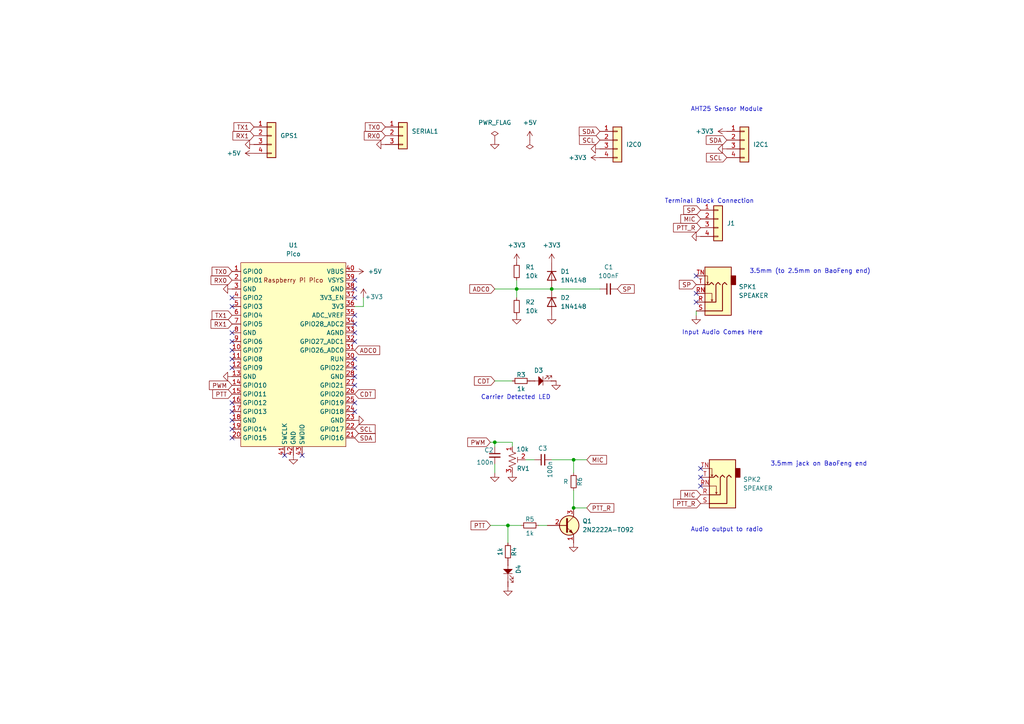
<source format=kicad_sch>
(kicad_sch (version 20231120) (generator "eeschema") (generator_version "8.0")
  (paper "A4")
  (title_block (title "BaoFeng APRS RX+TX interface, RF IGate + Weather Beacon") (date "2024-01-31") (rev "0.02") (company "Dhiru (VU3CER)"))
  (lib_symbols
    (symbol "Connector_Audio:AudioJack3_SwitchTR"
      (property "Reference" "J" (at 0 8.89 0))
      (property "Value" "AudioJack3_SwitchTR" (at 0 6.35 0))
      (symbol "AudioJack3_SwitchTR_0_1"
        (rectangle (start -5.08 -5.08) (end -6.35 -7.62) (stroke (width 0.254)) (fill (type outline)))
        (polyline (pts (xy 0.508 -0.254) (xy 0.762 -0.762)))
        (polyline (pts (xy 1.778 -5.334) (xy 2.032 -5.842)))
        (polyline (pts (xy 0 -5.08) (xy 0.635 -5.715) (xy 1.27 -5.08) (xy 2.54 -5.08)) (stroke (width 0.254)))
        (polyline (pts (xy 2.54 -7.62) (xy 1.778 -7.62) (xy 1.778 -5.334) (xy 1.524 -5.842)))
        (polyline (pts (xy 2.54 -2.54) (xy 0.508 -2.54) (xy 0.508 -0.254) (xy 0.254 -0.762)))
        (polyline (pts (xy -1.905 -5.08) (xy -1.27 -5.715) (xy -0.635 -5.08) (xy -0.635 0) (xy 2.54 0)) (stroke (width 0.254)))
        (polyline (pts (xy 2.54 2.54) (xy -2.54 2.54) (xy -2.54 -5.08) (xy -3.175 -5.715) (xy -3.81 -5.08)) (stroke (width 0.254)))
        (rectangle (start 2.54 3.81) (end -5.08 -10.16) (stroke (width 0.254)) (fill (type background)))
      )
      (symbol "AudioJack3_SwitchTR_1_1"
        (pin passive line (at 5.08 0 180) (length 2.54) (name "~") (number "R"))
        (pin passive line (at 5.08 -2.54 180) (length 2.54) (name "~") (number "RN"))
        (pin passive line (at 5.08 2.54 180) (length 2.54) (name "~") (number "S"))
        (pin passive line (at 5.08 -5.08 180) (length 2.54) (name "~") (number "T"))
        (pin passive line (at 5.08 -7.62 180) (length 2.54) (name "~") (number "TN"))
      )
    )
    (symbol "Device:C_Small" (pin_numbers hide) (pin_names (offset 0.254) hide)
      (property "Reference" "C" (at 0.254 1.778 0))
      (property "Value" "C_Small" (at 0.254 -2.032 0))
      (symbol "C_Small_0_1"
        (polyline (pts (xy -1.524 -0.508) (xy 1.524 -0.508)) (stroke (width 0.3302)))
        (polyline (pts (xy -1.524 0.508) (xy 1.524 0.508)) (stroke (width 0.3048)))
      )
      (symbol "C_Small_1_1"
        (pin passive line (at 0 2.54 270) (length 2.032) (name "~") (number "1"))
        (pin passive line (at 0 -2.54 90) (length 2.032) (name "~") (number "2"))
      )
    )
    (symbol "Device:R_Potentiometer_Trim_US" (pin_names (offset 1.016) hide)
      (property "Reference" "RV" (at -4.445 0 90))
      (property "Value" "R_Potentiometer_Trim_US" (at -2.54 0 90))
      (symbol "R_Potentiometer_Trim_US_0_1"
        (polyline (pts (xy 0 -2.286) (xy 0 -2.54)))
        (polyline (pts (xy 0 2.286) (xy 0 2.54)))
        (polyline (pts (xy 1.524 0.762) (xy 1.524 -0.762)))
        (polyline (pts (xy 2.54 0) (xy 1.524 0)))
        (polyline (pts (xy 0 -0.762) (xy 1.016 -1.143) (xy 0 -1.524) (xy -1.016 -1.905) (xy 0 -2.286)))
        (polyline (pts (xy 0 0.762) (xy 1.016 0.381) (xy 0 0) (xy -1.016 -0.381) (xy 0 -0.762)))
        (polyline (pts (xy 0 2.286) (xy 1.016 1.905) (xy 0 1.524) (xy -1.016 1.143) (xy 0 0.762)))
      )
      (symbol "R_Potentiometer_Trim_US_1_1"
        (pin passive line (at 0 3.81 270) (length 1.27) (name "1") (number "1"))
        (pin passive line (at 3.81 0 180) (length 1.27) (name "2") (number "2"))
        (pin passive line (at 0 -3.81 90) (length 1.27) (name "3") (number "3"))
      )
    )
    (symbol "Device:R_Small" (pin_numbers hide) (pin_names (offset 0.254) hide)
      (property "Reference" "R" (at 0.762 0.508 0))
      (property "Value" "R_Small" (at 0.762 -1.016 0))
      (symbol "R_Small_0_1"
        (rectangle (start -0.762 1.778) (end 0.762 -1.778) (stroke (width 0.2032)))
      )
      (symbol "R_Small_1_1"
        (pin passive line (at 0 2.54 270) (length 0.762) (name "~") (number "1"))
        (pin passive line (at 0 -2.54 90) (length 0.762) (name "~") (number "2"))
      )
    )
    (symbol "Diode:1N4148" (pin_numbers hide) (pin_names hide)
      (property "Reference" "D" (at 0 2.54 0))
      (property "Value" "1N4148" (at 0 -2.54 0))
      (symbol "1N4148_0_1"
        (polyline (pts (xy -1.27 1.27) (xy -1.27 -1.27)) (stroke (width 0.254)))
        (polyline (pts (xy 1.27 0) (xy -1.27 0)))
        (polyline (pts (xy 1.27 1.27) (xy 1.27 -1.27) (xy -1.27 0) (xy 1.27 1.27)) (stroke (width 0.254)))
      )
      (symbol "1N4148_1_1"
        (pin passive line (at -3.81 0 0) (length 2.54) (name "K") (number "1"))
        (pin passive line (at 3.81 0 180) (length 2.54) (name "A") (number "2"))
      )
    )
    (symbol "LED_3mm_1" (pin_numbers hide)
      (property "Reference" "D" (at -0.508 5.334 0))
      (property "Value" "LED_3mm" (at -0.508 2.794 0))
      (symbol "LED_3mm_1_0_1"
        (polyline (pts (xy -1.27 0) (xy -2.54 0)))
        (polyline (pts (xy 0 1.27) (xy 0 -1.27)))
        (polyline (pts (xy 0.508 0.508) (xy 1.524 1.524)))
        (polyline (pts (xy 1.27 0) (xy 2.54 0)))
        (polyline (pts (xy 1.524 0.508) (xy 2.54 1.524)))
        (polyline (pts (xy 1.524 1.524) (xy 0.889 1.524)))
        (polyline (pts (xy 1.524 1.524) (xy 1.524 0.889)))
        (polyline (pts (xy 2.54 1.524) (xy 1.905 1.524)))
        (polyline (pts (xy 2.54 1.524) (xy 2.54 0.889)))
        (polyline (pts (xy 0 0) (xy -1.27 -1.27) (xy -1.27 1.27) (xy 0 0) (xy 1.27 0)) (fill (type outline)))
      )
      (symbol "LED_3mm_1_1_1"
        (pin passive line (at 3.81 0 180) (length 1.5) (name "~") (number "1"))
        (pin passive line (at -3.81 0 0) (length 1.5) (name "") (number "2"))
      )
    )
    (symbol "MCU_RaspberryPi_and_Boards:Pico"
      (property "Reference" "U" (at -13.97 27.94 0))
      (property "Value" "Pico" (at 0 19.05 0))
      (symbol "Pico_0_0"
        (text "Raspberry Pi Pico" (at 0 21.59 0) (effects (font (size 1.27 1.27))))
      )
      (symbol "Pico_0_1"
        (rectangle (start -15.24 26.67) (end 15.24 -26.67) (fill (type background)))
      )
      (symbol "Pico_1_1"
        (pin bidirectional line (at -17.78 24.13 0) (length 2.54) (name "GPIO0") (number "1"))
        (pin bidirectional line (at -17.78 1.27 0) (length 2.54) (name "GPIO7") (number "10"))
        (pin bidirectional line (at -17.78 -1.27 0) (length 2.54) (name "GPIO8") (number "11"))
        (pin bidirectional line (at -17.78 -3.81 0) (length 2.54) (name "GPIO9") (number "12"))
        (pin power_in line (at -17.78 -6.35 0) (length 2.54) (name "GND") (number "13"))
        (pin bidirectional line (at -17.78 -8.89 0) (length 2.54) (name "GPIO10") (number "14"))
        (pin bidirectional line (at -17.78 -11.43 0) (length 2.54) (name "GPIO11") (number "15"))
        (pin bidirectional line (at -17.78 -13.97 0) (length 2.54) (name "GPIO12") (number "16"))
        (pin bidirectional line (at -17.78 -16.51 0) (length 2.54) (name "GPIO13") (number "17"))
        (pin power_in line (at -17.78 -19.05 0) (length 2.54) (name "GND") (number "18"))
        (pin bidirectional line (at -17.78 -21.59 0) (length 2.54) (name "GPIO14") (number "19"))
        (pin bidirectional line (at -17.78 21.59 0) (length 2.54) (name "GPIO1") (number "2"))
        (pin bidirectional line (at -17.78 -24.13 0) (length 2.54) (name "GPIO15") (number "20"))
        (pin bidirectional line (at 17.78 -24.13 180) (length 2.54) (name "GPIO16") (number "21"))
        (pin bidirectional line (at 17.78 -21.59 180) (length 2.54) (name "GPIO17") (number "22"))
        (pin power_in line (at 17.78 -19.05 180) (length 2.54) (name "GND") (number "23"))
        (pin bidirectional line (at 17.78 -16.51 180) (length 2.54) (name "GPIO18") (number "24"))
        (pin bidirectional line (at 17.78 -13.97 180) (length 2.54) (name "GPIO19") (number "25"))
        (pin bidirectional line (at 17.78 -11.43 180) (length 2.54) (name "GPIO20") (number "26"))
        (pin bidirectional line (at 17.78 -8.89 180) (length 2.54) (name "GPIO21") (number "27"))
        (pin power_in line (at 17.78 -6.35 180) (length 2.54) (name "GND") (number "28"))
        (pin bidirectional line (at 17.78 -3.81 180) (length 2.54) (name "GPIO22") (number "29"))
        (pin power_in line (at -17.78 19.05 0) (length 2.54) (name "GND") (number "3"))
        (pin input line (at 17.78 -1.27 180) (length 2.54) (name "RUN") (number "30"))
        (pin bidirectional line (at 17.78 1.27 180) (length 2.54) (name "GPIO26_ADC0") (number "31"))
        (pin bidirectional line (at 17.78 3.81 180) (length 2.54) (name "GPIO27_ADC1") (number "32"))
        (pin power_in line (at 17.78 6.35 180) (length 2.54) (name "AGND") (number "33"))
        (pin bidirectional line (at 17.78 8.89 180) (length 2.54) (name "GPIO28_ADC2") (number "34"))
        (pin power_in line (at 17.78 11.43 180) (length 2.54) (name "ADC_VREF") (number "35"))
        (pin power_out line (at 17.78 13.97 180) (length 2.54) (name "3V3") (number "36"))
        (pin input line (at 17.78 16.51 180) (length 2.54) (name "3V3_EN") (number "37"))
        (pin power_in line (at 17.78 19.05 180) (length 2.54) (name "GND") (number "38"))
        (pin power_in line (at 17.78 21.59 180) (length 2.54) (name "VSYS") (number "39"))
        (pin bidirectional line (at -17.78 16.51 0) (length 2.54) (name "GPIO2") (number "4"))
        (pin power_in line (at 17.78 24.13 180) (length 2.54) (name "VBUS") (number "40"))
        (pin input line (at -2.54 -29.21 90) (length 2.54) (name "SWCLK") (number "41"))
        (pin power_in line (at 0 -29.21 90) (length 2.54) (name "GND") (number "42"))
        (pin bidirectional line (at 2.54 -29.21 90) (length 2.54) (name "SWDIO") (number "43"))
        (pin bidirectional line (at -17.78 13.97 0) (length 2.54) (name "GPIO3") (number "5"))
        (pin bidirectional line (at -17.78 11.43 0) (length 2.54) (name "GPIO4") (number "6"))
        (pin bidirectional line (at -17.78 8.89 0) (length 2.54) (name "GPIO5") (number "7"))
        (pin power_in line (at -17.78 6.35 0) (length 2.54) (name "GND") (number "8"))
        (pin bidirectional line (at -17.78 3.81 0) (length 2.54) (name "GPIO6") (number "9"))
      )
    )
    (symbol "PCM_4ms_Connector:Conn_01x03" (pin_names (offset 1.016) hide)
      (property "Reference" "J" (at 0 5.08 0))
      (property "Value" "Conn_01x03" (at 0 -5.08 0))
      (symbol "Conn_01x03_1_1"
        (rectangle (start -1.27 -2.413) (end 0 -2.667) (stroke (width 0.1524)))
        (rectangle (start -1.27 0.127) (end 0 -0.127) (stroke (width 0.1524)))
        (rectangle (start -1.27 2.667) (end 0 2.413) (stroke (width 0.1524)))
        (rectangle (start -1.27 3.81) (end 1.27 -3.81) (stroke (width 0.254)) (fill (type background)))
        (pin passive line (at -5.08 2.54 0) (length 3.81) (name "Pin_1") (number "1"))
        (pin passive line (at -5.08 0 0) (length 3.81) (name "Pin_2") (number "2"))
        (pin passive line (at -5.08 -2.54 0) (length 3.81) (name "Pin_3") (number "3"))
      )
    )
    (symbol "PCM_4ms_Connector:Conn_01x04" (pin_names (offset 1.016) hide)
      (property "Reference" "J" (at 0 5.08 0))
      (property "Value" "Conn_01x04" (at 0 -7.62 0))
      (symbol "Conn_01x04_1_1"
        (rectangle (start -1.27 -4.953) (end 0 -5.207) (stroke (width 0.1524)))
        (rectangle (start -1.27 -2.413) (end 0 -2.667) (stroke (width 0.1524)))
        (rectangle (start -1.27 0.127) (end 0 -0.127) (stroke (width 0.1524)))
        (rectangle (start -1.27 2.667) (end 0 2.413) (stroke (width 0.1524)))
        (rectangle (start -1.27 3.81) (end 1.27 -6.35) (stroke (width 0.254)) (fill (type background)))
        (pin passive line (at -5.08 2.54 0) (length 3.81) (name "Pin_1") (number "1"))
        (pin passive line (at -5.08 0 0) (length 3.81) (name "Pin_2") (number "2"))
        (pin passive line (at -5.08 -2.54 0) (length 3.81) (name "Pin_3") (number "3"))
        (pin passive line (at -5.08 -5.08 0) (length 3.81) (name "Pin_4") (number "4"))
      )
    )
    (symbol "PCM_SL_Devices:LED_3mm" (pin_numbers hide)
      (property "Reference" "D" (at -0.508 5.334 0))
      (property "Value" "LED_3mm" (at -0.508 2.794 0))
      (symbol "LED_3mm_0_1"
        (polyline (pts (xy -1.27 0) (xy -2.54 0)))
        (polyline (pts (xy 0 1.27) (xy 0 -1.27)))
        (polyline (pts (xy 0.508 0.508) (xy 1.524 1.524)))
        (polyline (pts (xy 1.27 0) (xy 2.54 0)))
        (polyline (pts (xy 1.524 0.508) (xy 2.54 1.524)))
        (polyline (pts (xy 1.524 1.524) (xy 0.889 1.524)))
        (polyline (pts (xy 1.524 1.524) (xy 1.524 0.889)))
        (polyline (pts (xy 2.54 1.524) (xy 1.905 1.524)))
        (polyline (pts (xy 2.54 1.524) (xy 2.54 0.889)))
        (polyline (pts (xy 0 0) (xy -1.27 -1.27) (xy -1.27 1.27) (xy 0 0) (xy 1.27 0)) (fill (type outline)))
      )
      (symbol "LED_3mm_1_1"
        (pin passive line (at 3.81 0 180) (length 1.5) (name "~") (number "1"))
        (pin passive line (at -3.81 0 0) (length 1.5) (name "") (number "2"))
      )
    )
    (symbol "PCM_Transistor_BJT_AKL:2N2222A-TO92" (pin_names hide)
      (property "Reference" "Q" (at 5.08 1.27 0))
      (property "Value" "2N2222A-TO92" (at 5.08 -1.27 0))
      (symbol "2N2222A-TO92_0_1"
        (polyline (pts (xy 0.635 0.635) (xy 2.54 2.54)))
        (polyline (pts (xy 0.635 -0.635) (xy 2.54 -2.54) (xy 2.54 -2.54)))
        (polyline (pts (xy 0.635 1.905) (xy 0.635 -1.905) (xy 0.635 -1.905)) (stroke (width 0.508)))
        (polyline (pts (xy 1.27 -1.778) (xy 1.778 -1.27) (xy 2.286 -2.286) (xy 1.27 -1.778) (xy 1.27 -1.778)) (fill (type outline)))
        (circle (center 1.27 0) (radius 2.8194) (stroke (width 0.254)) (fill (type background)))
      )
      (symbol "2N2222A-TO92_1_1"
        (pin passive line (at 2.54 -5.08 90) (length 2.54) (name "E") (number "1"))
        (pin passive line (at -5.08 0 0) (length 5.715) (name "B") (number "2"))
        (pin passive line (at 2.54 5.08 270) (length 2.54) (name "C") (number "3"))
      )
    )
    (symbol "power:+3V3" (power) (pin_names (offset 0))
      (property "Value" "+3V3" (at 0 3.556 0))
      (symbol "+3V3_0_1"
        (polyline (pts (xy -0.762 1.27) (xy 0 2.54)))
        (polyline (pts (xy 0 0) (xy 0 2.54)))
        (polyline (pts (xy 0 2.54) (xy 0.762 1.27)))
      )
      (symbol "+3V3_1_1"
        (pin power_in line (at 0 0 90) (length 0) hide (name "+3V3") (number "1"))
      )
    )
    (symbol "power:+5V" (power) (pin_names (offset 0))
      (property "Value" "+5V" (at 0 3.556 0))
      (symbol "+5V_0_1"
        (polyline (pts (xy -0.762 1.27) (xy 0 2.54)))
        (polyline (pts (xy 0 0) (xy 0 2.54)))
        (polyline (pts (xy 0 2.54) (xy 0.762 1.27)))
      )
      (symbol "+5V_1_1"
        (pin power_in line (at 0 0 90) (length 0) hide (name "+5V") (number "1"))
      )
    )
    (symbol "power:GND" (power) (pin_names (offset 0))
      (property "Value" "GND" (at 0 -3.81 0))
      (symbol "GND_0_1"
        (polyline (pts (xy 0 0) (xy 0 -1.27) (xy 1.27 -1.27) (xy 0 -2.54) (xy -1.27 -1.27) (xy 0 -1.27)))
      )
      (symbol "GND_1_1"
        (pin power_in line (at 0 0 270) (length 0) hide (name "GND") (number "1"))
      )
    )
    (symbol "power:PWR_FLAG" (power) (pin_numbers hide) (pin_names (offset 0) hide)
      (property "Value" "PWR_FLAG" (at 0 3.81 0))
      (symbol "PWR_FLAG_0_0"
        (pin power_out line (at 0 0 90) (length 0) (name "pwr") (number "1"))
      )
      (symbol "PWR_FLAG_0_1"
        (polyline (pts (xy 0 0) (xy 0 1.27) (xy -1.016 1.905) (xy 0 2.54) (xy 1.016 1.905) (xy 0 1.27)))
      )
    )
  )
  (junction (at 166.37 133.35))
  (junction (at 166.37 147.32))
  (junction (at 147.32 152.4))
  (junction (at 149.86 83.82))
  (junction (at 160.02 83.82))
  (junction (at 143.51 128.27))
  (no_connect (at 82.55 132.08))
  (no_connect (at 67.31 104.14))
  (no_connect (at 67.31 86.36))
  (no_connect (at 203.2 135.89))
  (no_connect (at 102.87 119.38))
  (no_connect (at 102.87 83.82))
  (no_connect (at 201.93 87.63))
  (no_connect (at 102.87 116.84))
  (no_connect (at 87.63 132.08))
  (no_connect (at 67.31 116.84))
  (no_connect (at 102.87 86.36))
  (no_connect (at 102.87 81.28))
  (no_connect (at 201.93 80.01))
  (no_connect (at 102.87 99.06))
  (no_connect (at 67.31 99.06))
  (no_connect (at 102.87 93.98))
  (no_connect (at 201.93 85.09))
  (no_connect (at 67.31 119.38))
  (no_connect (at 67.31 124.46))
  (no_connect (at 67.31 127))
  (no_connect (at 102.87 91.44))
  (no_connect (at 203.2 140.97))
  (no_connect (at 102.87 106.68))
  (no_connect (at 67.31 88.9))
  (no_connect (at 102.87 111.76))
  (no_connect (at 67.31 96.52))
  (no_connect (at 102.87 109.22))
  (no_connect (at 102.87 104.14))
  (no_connect (at 102.87 96.52))
  (no_connect (at 67.31 106.68))
  (no_connect (at 203.2 138.43))
  (no_connect (at 67.31 101.6))
  (no_connect (at 67.31 121.92))
  (wire (pts (xy 148.59 128.27) (xy 148.59 129.54)))
  (wire (pts (xy 143.51 128.27) (xy 143.51 129.54)))
  (wire (pts (xy 102.87 88.9) (xy 105.41 88.9)))
  (wire (pts (xy 160.02 133.35) (xy 166.37 133.35)))
  (wire (pts (xy 166.37 133.35) (xy 166.37 137.16)))
  (wire (pts (xy 147.32 152.4) (xy 147.32 157.48)))
  (wire (pts (xy 156.21 152.4) (xy 158.75 152.4)))
  (wire (pts (xy 166.37 142.24) (xy 166.37 147.32)))
  (wire (pts (xy 143.51 134.62) (xy 143.51 137.16)))
  (wire (pts (xy 147.32 152.4) (xy 151.13 152.4)))
  (wire (pts (xy 166.37 133.35) (xy 170.18 133.35)))
  (wire (pts (xy 152.4 133.35) (xy 154.94 133.35)))
  (wire (pts (xy 143.51 110.49) (xy 148.59 110.49)))
  (wire (pts (xy 149.86 81.28) (xy 149.86 83.82)))
  (wire (pts (xy 143.51 83.82) (xy 149.86 83.82)))
  (wire (pts (xy 143.51 128.27) (xy 148.59 128.27)))
  (wire (pts (xy 149.86 83.82) (xy 160.02 83.82)))
  (wire (pts (xy 201.93 90.17) (xy 201.93 91.44)))
  (wire (pts (xy 149.86 83.82) (xy 149.86 86.36)))
  (wire (pts (xy 166.37 147.32) (xy 170.18 147.32)))
  (wire (pts (xy 142.24 128.27) (xy 143.51 128.27)))
  (wire (pts (xy 142.24 152.4) (xy 147.32 152.4)))
  (wire (pts (xy 105.41 86.36) (xy 105.41 88.9)))
  (wire (pts (xy 160.02 83.82) (xy 173.99 83.82)))
  (text "Carrier Detected LED" (at 149.606 115.316 0) (effects (font (size 1.27 1.27))))
  (text "3.5mm (to 2.5mm on BaoFeng end)" (at 234.95 78.74 0) (effects (font (size 1.27 1.27))))
  (text "AHT25 Sensor Module" (at 210.82 31.75 0) (effects (font (size 1.27 1.27))))
  (text "Input Audio Comes Here" (at 209.55 96.52 0) (effects (font (size 1.27 1.27))))
  (text "Audio output to radio" (at 210.82 153.67 0) (effects (font (size 1.27 1.27))))
  (text "Terminal Block Connection" (at 205.74 58.42 0) (effects (font (size 1.27 1.27))))
  (text "3.5mm jack on BaoFeng end" (at 237.49 134.62 0) (effects (font (size 1.27 1.27))))
  (global_label "TX0" (shape input) (at 111.76 36.83 180) (property "Intersheetrefs" "${INTERSHEET_REFS}" (effects (hide yes))))
  (global_label "PWM" (shape input) (at 67.31 111.76 180) (property "Intersheetrefs" "${INTERSHEET_REFS}" (effects (hide yes))))
  (global_label "RX1" (shape input) (at 73.66 39.37 180) (property "Intersheetrefs" "${INTERSHEET_REFS}" (effects (hide yes))))
  (global_label "SCL" (shape input) (at 173.99 40.64 180) (property "Intersheetrefs" "${INTERSHEET_REFS}" (effects (hide yes))))
  (global_label "RX0" (shape input) (at 67.31 81.28 180) (property "Intersheetrefs" "${INTERSHEET_REFS}" (effects (hide yes))))
  (global_label "SCL" (shape input) (at 210.82 45.72 180) (property "Intersheetrefs" "${INTERSHEET_REFS}" (effects (hide yes))))
  (global_label "SCL" (shape input) (at 102.87 124.46 0) (property "Intersheetrefs" "${INTERSHEET_REFS}" (effects (hide yes))))
  (global_label "PWM" (shape input) (at 142.24 128.27 180) (property "Intersheetrefs" "${INTERSHEET_REFS}" (effects (hide yes))))
  (global_label "MIC" (shape input) (at 170.18 133.35 0) (property "Intersheetrefs" "${INTERSHEET_REFS}" (effects (hide yes))))
  (global_label "RX0" (shape input) (at 111.76 39.37 180) (property "Intersheetrefs" "${INTERSHEET_REFS}" (effects (hide yes))))
  (global_label "SDA" (shape input) (at 173.99 38.1 180) (property "Intersheetrefs" "${INTERSHEET_REFS}" (effects (hide yes))))
  (global_label "PTT" (shape input) (at 142.24 152.4 180) (property "Intersheetrefs" "${INTERSHEET_REFS}" (effects (hide yes))))
  (global_label "TX1" (shape input) (at 67.31 91.44 180) (property "Intersheetrefs" "${INTERSHEET_REFS}" (effects (hide yes))))
  (global_label "MIC" (shape input) (at 203.2 63.5 180) (property "Intersheetrefs" "${INTERSHEET_REFS}" (effects (hide yes))))
  (global_label "TX0" (shape input) (at 67.31 78.74 180) (property "Intersheetrefs" "${INTERSHEET_REFS}" (effects (hide yes))))
  (global_label "ADC0" (shape input) (at 143.51 83.82 180) (property "Intersheetrefs" "${INTERSHEET_REFS}" (effects (hide yes))))
  (global_label "SDA" (shape input) (at 210.82 40.64 180) (property "Intersheetrefs" "${INTERSHEET_REFS}" (effects (hide yes))))
  (global_label "PTT" (shape input) (at 67.31 114.3 180) (property "Intersheetrefs" "${INTERSHEET_REFS}" (effects (hide yes))))
  (global_label "MIC" (shape input) (at 203.2 143.51 180) (property "Intersheetrefs" "${INTERSHEET_REFS}" (effects (hide yes))))
  (global_label "PTT_R" (shape input) (at 203.2 66.04 180) (property "Intersheetrefs" "${INTERSHEET_REFS}" (effects (hide yes))))
  (global_label "TX1" (shape input) (at 73.66 36.83 180) (property "Intersheetrefs" "${INTERSHEET_REFS}" (effects (hide yes))))
  (global_label "SP" (shape input) (at 203.2 60.96 180) (property "Intersheetrefs" "${INTERSHEET_REFS}" (effects (hide yes))))
  (global_label "CDT" (shape input) (at 102.87 114.3 0) (property "Intersheetrefs" "${INTERSHEET_REFS}" (effects (hide yes))))
  (global_label "ADC0" (shape input) (at 102.87 101.6 0) (property "Intersheetrefs" "${INTERSHEET_REFS}" (effects (hide yes))))
  (global_label "PTT_R" (shape input) (at 203.2 146.05 180) (property "Intersheetrefs" "${INTERSHEET_REFS}" (effects (hide yes))))
  (global_label "RX1" (shape input) (at 67.31 93.98 180) (property "Intersheetrefs" "${INTERSHEET_REFS}" (effects (hide yes))))
  (global_label "CDT" (shape input) (at 143.51 110.49 180) (property "Intersheetrefs" "${INTERSHEET_REFS}" (effects (hide yes))))
  (global_label "SP" (shape input) (at 201.93 82.55 180) (property "Intersheetrefs" "${INTERSHEET_REFS}" (effects (hide yes))))
  (global_label "PTT_R" (shape input) (at 170.18 147.32 0) (property "Intersheetrefs" "${INTERSHEET_REFS}" (effects (hide yes))))
  (global_label "SDA" (shape input) (at 102.87 127 0) (property "Intersheetrefs" "${INTERSHEET_REFS}" (effects (hide yes))))
  (global_label "SP" (shape input) (at 179.07 83.82 0) (property "Intersheetrefs" "${INTERSHEET_REFS}" (effects (hide yes))))
  (symbol (lib_id "power:GND") (at 149.86 91.44 0) (unit 1)
    (property "Reference" "#PWR03" (effects (hide yes)))
    (property "Value" "GND" (effects (hide yes)))
    (property "Description" "Power symbol creates a global label with name \"GND\" , ground" (effects (hide yes)))
  )
  (symbol (lib_id "power:GND") (at 67.31 83.82 270) (unit 1)
    (property "Reference" "#PWR024" (effects (hide yes)))
    (property "Value" "GND" (effects (hide yes)))
    (property "Description" "Power symbol creates a global label with name \"GND\" , ground" (effects (hide yes)))
  )
  (symbol (lib_id "power:PWR_FLAG") (at 143.51 40.64 0) (unit 1)
    (property "Reference" "#FLG01" (effects (hide yes)))
    (property "Value" "PWR_FLAG" (at 143.51 35.56 0))
    (property "Description" "Special symbol for telling ERC where power comes from" (effects (hide yes)))
  )
  (symbol (lib_id "power:GND") (at 143.51 137.16 0) (unit 1)
    (property "Reference" "#PWR020" (effects (hide yes)))
    (property "Value" "GND" (effects (hide yes)))
    (property "Description" "Power symbol creates a global label with name \"GND\" , ground" (effects (hide yes)))
  )
  (symbol (lib_id "power:GND") (at 166.37 157.48 0) (unit 1)
    (property "Reference" "#PWR019" (effects (hide yes)))
    (property "Value" "GND" (effects (hide yes)))
    (property "Description" "Power symbol creates a global label with name \"GND\" , ground" (effects (hide yes)))
  )
  (symbol (lib_id "power:+5V") (at 102.87 78.74 270) (unit 1)
    (property "Reference" "#PWR09" (effects (hide yes)))
    (property "Value" "+5V" (at 106.68 78.7399 90) (effects (justify left)))
    (property "Description" "Power symbol creates a global label with name \"+5V\"" (effects (hide yes)))
  )
  (symbol (lib_id "PCM_Transistor_BJT_AKL:2N2222A-TO92") (at 163.83 152.4 0) (unit 1)
    (property "Reference" "Q1" (at 168.91 151.1299 0) (effects (justify left)))
    (property "Value" "2N2222A-TO92" (at 168.91 153.6699 0) (effects (justify left)))
    (property "Footprint" "Package_TO_SOT_THT:TO-92_HandSolder" (effects (hide yes)))
    (property "Datasheet" "https://www.tme.eu/Document/f56ae9fa05736feb390d26bab71fb0d5/2n2222a.pdf" (effects (hide yes)))
    (property "Description" "NPN TO-92 transistor, 40V, 0.6A, 625mW, Alternate KiCAD Library" (effects (hide yes)))
  )
  (symbol (lib_id "Device:R_Small") (at 166.37 139.7 0) (unit 1)
    (property "Reference" "R6" (at 168.148 139.7 90))
    (property "Value" "R" (at 164.084 139.7 0))
    (property "Footprint" "Resistor_SMD:R_1206_3216Metric_Pad1.30x1.75mm_HandSolder" (effects (hide yes)))
    (property "Description" "Resistor, small symbol" (effects (hide yes)))
  )
  (symbol (lib_id "Device:R_Small") (at 153.67 152.4 90) (unit 1)
    (property "Reference" "R5" (at 153.67 150.622 90))
    (property "Value" "1k" (at 153.67 154.686 90))
    (property "Footprint" "Resistor_SMD:R_1206_3216Metric_Pad1.30x1.75mm_HandSolder" (effects (hide yes)))
    (property "Description" "Resistor, small symbol" (effects (hide yes)))
  )
  (symbol (lib_id "power:+5V") (at 73.66 44.45 90) (unit 1)
    (property "Reference" "#PWR010" (effects (hide yes)))
    (property "Value" "+5V" (at 69.85 44.4499 90) (effects (justify left)))
    (property "Description" "Power symbol creates a global label with name \"+5V\"" (effects (hide yes)))
  )
  (symbol (lib_id "PCM_4ms_Connector:Conn_01x03") (at 116.84 39.37 0) (unit 1)
    (property "Reference" "SERIAL1" (at 119.38 38.0999 0) (effects (justify left)))
    (property "Value" "Conn_01x03" (effects (hide yes)))
    (property "Footprint" "Connector_PinHeader_2.54mm:PinHeader_1x03_P2.54mm_Vertical" (effects (hide yes)))
    (property "Description" "HEADER 1x3 MALE PINS 0.100” 180deg" (effects (hide yes)))
    (property "Specifications" "HEADER 1x3 MALE PINS 0.100” 180deg" (effects (hide yes)))
    (property "Manufacturer" "TAD" (effects (hide yes)))
    (property "Part Number" "1-0301FBV0T" (effects (hide yes)))
  )
  (symbol (lib_id "power:GND") (at 210.82 43.18 270) (unit 1)
    (property "Reference" "#PWR021" (effects (hide yes)))
    (property "Value" "GND" (effects (hide yes)))
    (property "Description" "Power symbol creates a global label with name \"GND\" , ground" (effects (hide yes)))
  )
  (symbol (lib_id "PCM_4ms_Connector:Conn_01x04") (at 78.74 39.37 0) (unit 1)
    (property "Reference" "GPS1" (at 81.28 39.3699 0) (effects (justify left)))
    (property "Value" "Conn_01x04" (effects (hide yes)))
    (property "Footprint" "Connector_PinHeader_2.54mm:PinHeader_1x04_P2.54mm_Vertical" (effects (hide yes)))
    (property "Description" "HEADER 1x4 MALE PINS 0.100” 180deg" (effects (hide yes)))
    (property "Specifications" "HEADER 1x4 MALE PINS 0.100” 180deg" (effects (hide yes)))
    (property "Manufacturer" "TAD" (effects (hide yes)))
    (property "Part Number" "1-0401FBV0T" (effects (hide yes)))
  )
  (symbol (lib_id "power:GND") (at 148.59 137.16 0) (unit 1)
    (property "Reference" "#PWR022" (effects (hide yes)))
    (property "Value" "GND" (effects (hide yes)))
    (property "Description" "Power symbol creates a global label with name \"GND\" , ground" (effects (hide yes)))
  )
  (symbol (lib_id "power:+3V3") (at 149.86 76.2 0) (unit 1)
    (property "Reference" "#PWR02" (effects (hide yes)))
    (property "Value" "+3V3" (at 149.86 71.12 0))
    (property "Description" "Power symbol creates a global label with name \"+3V3\"" (effects (hide yes)))
  )
  (symbol (lib_name "LED_3mm_1") (lib_id "PCM_SL_Devices:LED_3mm") (at 157.48 110.49 0) (unit 1)
    (property "Reference" "D3" (at 156.21 107.442 0))
    (property "Value" "LED_3mm" (effects (hide yes)))
    (property "Footprint" "LED_THT:LED_D3.0mm" (effects (hide yes)))
    (property "Description" "3mm diameter small LED" (effects (hide yes)))
  )
  (symbol (lib_id "power:GND") (at 143.51 40.64 0) (unit 1)
    (property "Reference" "#PWR012" (effects (hide yes)))
    (property "Value" "GND" (effects (hide yes)))
    (property "Description" "Power symbol creates a global label with name \"GND\" , ground" (effects (hide yes)))
  )
  (symbol (lib_id "PCM_SL_Devices:LED_3mm") (at 147.32 166.37 270) (unit 1)
    (property "Reference" "D4" (at 150.368 165.1 0))
    (property "Value" "LED_3mm" (effects (hide yes)))
    (property "Footprint" "LED_THT:LED_D3.0mm" (effects (hide yes)))
    (property "Description" "3mm diameter small LED" (effects (hide yes)))
  )
  (symbol (lib_id "Connector_Audio:AudioJack3_SwitchTR") (at 207.01 87.63 180) (unit 1)
    (property "Reference" "SPK1" (at 214.249 83.1849 0) (effects (justify right)))
    (property "Value" "SPEAKER" (at 214.249 85.7249 0) (effects (justify right)))
    (property "Footprint" "footprints:PJ-307" (effects (hide yes)))
    (property "Datasheet" "https://cdn.hackaday.io/files/1813827760247488/JW-PJ-307-5_35mm-stereo-pcb-socket.pdf" (effects (hide yes)))
  )
  (symbol (lib_id "Diode:1N4148") (at 160.02 87.63 270) (unit 1)
    (property "Reference" "D2" (at 162.56 86.3599 90) (effects (justify left)))
    (property "Value" "1N4148" (at 162.56 88.8999 90) (effects (justify left)))
    (property "Footprint" "Diode_THT:D_DO-35_SOD27_P7.62mm_Horizontal" (effects (hide yes)))
    (property "Datasheet" "https://assets.nexperia.com/documents/data-sheet/1N4148_1N4448.pdf" (effects (hide yes)))
    (property "Description" "100V 0.15A standard switching diode, DO-35" (effects (hide yes)))
    (property "Sim.Device" "D" (effects (hide yes)))
    (property "Sim.Pins" "1=K 2=A" (effects (hide yes)))
  )
  (symbol (lib_id "Device:C_Small") (at 157.48 133.35 90) (unit 1)
    (property "Reference" "C3" (at 158.75 130.048 90) (effects (justify left)))
    (property "Value" "100n" (at 159.512 138.684 0) (effects (justify left)))
    (property "Footprint" "Capacitor_SMD:C_1206_3216Metric_Pad1.33x1.80mm_HandSolder" (effects (hide yes)))
    (property "Description" "Unpolarized capacitor, small symbol" (effects (hide yes)))
  )
  (symbol (lib_id "power:+3V3") (at 210.82 38.1 90) (unit 1)
    (property "Reference" "#PWR023" (effects (hide yes)))
    (property "Value" "+3V3" (at 207.01 38.0999 90) (effects (justify left)))
    (property "Description" "Power symbol creates a global label with name \"+3V3\"" (effects (hide yes)))
  )
  (symbol (lib_id "MCU_RaspberryPi_and_Boards:Pico") (at 85.09 102.87 0) (unit 1)
    (property "Reference" "U1" (at 85.09 71.12 0))
    (property "Value" "Pico" (at 85.09 73.66 0))
    (property "Footprint" "footprints:RPi_Pico_SMD_TH" (effects (hide yes)))
  )
  (symbol (lib_id "power:+3V3") (at 105.41 86.36 0) (unit 1)
    (property "Reference" "#PWR027" (effects (hide yes)))
    (property "Value" "+3V3" (at 108.458 86.106 0))
    (property "Description" "Power symbol creates a global label with name \"+3V3\"" (effects (hide yes)))
  )
  (symbol (lib_id "Device:R_Potentiometer_Trim_US") (at 148.59 133.35 0) (unit 1)
    (property "Reference" "RV1" (at 153.67 135.89 0) (effects (justify right)))
    (property "Value" "10k" (at 153.416 130.302 0) (effects (justify right)))
    (property "Footprint" "Potentiometer_THT:Potentiometer_Runtron_RM-065_Vertical" (effects (hide yes)))
    (property "Description" "Trim-potentiometer, US symbol" (effects (hide yes)))
  )
  (symbol (lib_id "Diode:1N4148") (at 160.02 80.01 270) (unit 1)
    (property "Reference" "D1" (at 162.56 78.7399 90) (effects (justify left)))
    (property "Value" "1N4148" (at 162.56 81.2799 90) (effects (justify left)))
    (property "Footprint" "Diode_THT:D_DO-35_SOD27_P7.62mm_Horizontal" (effects (hide yes)))
    (property "Datasheet" "https://assets.nexperia.com/documents/data-sheet/1N4148_1N4448.pdf" (effects (hide yes)))
    (property "Description" "100V 0.15A standard switching diode, DO-35" (effects (hide yes)))
    (property "Sim.Device" "D" (effects (hide yes)))
    (property "Sim.Pins" "1=K 2=A" (effects (hide yes)))
  )
  (symbol (lib_id "power:GND") (at 203.2 68.58 270) (unit 1)
    (property "Reference" "#PWR016" (effects (hide yes)))
    (property "Value" "GND" (effects (hide yes)))
    (property "Description" "Power symbol creates a global label with name \"GND\" , ground" (effects (hide yes)))
  )
  (symbol (lib_id "power:GND") (at 73.66 41.91 270) (unit 1)
    (property "Reference" "#PWR08" (effects (hide yes)))
    (property "Value" "GND" (effects (hide yes)))
    (property "Description" "Power symbol creates a global label with name \"GND\" , ground" (effects (hide yes)))
  )
  (symbol (lib_id "Device:R_Small") (at 149.86 78.74 0) (unit 1)
    (property "Reference" "R1" (at 152.4 77.4699 0) (effects (justify left)))
    (property "Value" "10k" (at 152.4 80.0099 0) (effects (justify left)))
    (property "Footprint" "Resistor_SMD:R_1206_3216Metric_Pad1.30x1.75mm_HandSolder" (effects (hide yes)))
    (property "Description" "Resistor, small symbol" (effects (hide yes)))
  )
  (symbol (lib_id "power:GND") (at 161.29 110.49 0) (unit 1)
    (property "Reference" "#PWR06" (effects (hide yes)))
    (property "Value" "GND" (effects (hide yes)))
    (property "Description" "Power symbol creates a global label with name \"GND\" , ground" (effects (hide yes)))
  )
  (symbol (lib_id "power:PWR_FLAG") (at 153.67 40.64 180) (unit 1)
    (property "Reference" "#FLG02" (effects (hide yes)))
    (property "Value" "PWR_FLAG" (effects (hide yes)))
    (property "Description" "Special symbol for telling ERC where power comes from" (effects (hide yes)))
  )
  (symbol (lib_id "power:GND") (at 102.87 121.92 90) (unit 1)
    (property "Reference" "#PWR026" (effects (hide yes)))
    (property "Value" "GND" (effects (hide yes)))
    (property "Description" "Power symbol creates a global label with name \"GND\" , ground" (effects (hide yes)))
  )
  (symbol (lib_id "Device:C_Small") (at 143.51 132.08 0) (unit 1)
    (property "Reference" "C2" (at 140.462 130.556 0) (effects (justify left)))
    (property "Value" "100n" (at 138.176 134.112 0) (effects (justify left)))
    (property "Footprint" "Capacitor_SMD:C_1206_3216Metric_Pad1.33x1.80mm_HandSolder" (effects (hide yes)))
    (property "Description" "Unpolarized capacitor, small symbol" (effects (hide yes)))
  )
  (symbol (lib_id "Device:C_Small") (at 176.53 83.82 90) (unit 1)
    (property "Reference" "C1" (at 176.5363 77.47 90))
    (property "Value" "100nF" (at 176.5363 80.01 90))
    (property "Footprint" "Capacitor_SMD:C_1206_3216Metric_Pad1.33x1.80mm_HandSolder" (effects (hide yes)))
    (property "Description" "Unpolarized capacitor, small symbol" (effects (hide yes)))
  )
  (symbol (lib_id "power:GND") (at 201.93 91.44 0) (mirror y) (unit 1)
    (property "Reference" "#PWR07" (effects (hide yes)))
    (property "Value" "GND" (effects (hide yes)))
  )
  (symbol (lib_id "power:+3V3") (at 173.99 45.72 90) (unit 1)
    (property "Reference" "#PWR017" (effects (hide yes)))
    (property "Value" "+3V3" (at 170.18 45.7199 90) (effects (justify left)))
    (property "Description" "Power symbol creates a global label with name \"+3V3\"" (effects (hide yes)))
  )
  (symbol (lib_id "power:GND") (at 173.99 43.18 270) (unit 1)
    (property "Reference" "#PWR015" (effects (hide yes)))
    (property "Value" "GND" (effects (hide yes)))
    (property "Description" "Power symbol creates a global label with name \"GND\" , ground" (effects (hide yes)))
  )
  (symbol (lib_id "Device:R_Small") (at 147.32 160.02 0) (unit 1)
    (property "Reference" "R4" (at 149.098 160.02 90))
    (property "Value" "1k" (at 145.034 160.02 90))
    (property "Footprint" "Resistor_SMD:R_1206_3216Metric_Pad1.30x1.75mm_HandSolder" (effects (hide yes)))
    (property "Description" "Resistor, small symbol" (effects (hide yes)))
  )
  (symbol (lib_id "Device:R_Small") (at 151.13 110.49 90) (unit 1)
    (property "Reference" "R3" (at 151.13 108.712 90))
    (property "Value" "1k" (at 151.13 112.776 90))
    (property "Footprint" "Resistor_SMD:R_1206_3216Metric_Pad1.30x1.75mm_HandSolder" (effects (hide yes)))
    (property "Description" "Resistor, small symbol" (effects (hide yes)))
  )
  (symbol (lib_id "Device:R_Small") (at 149.86 88.9 0) (unit 1)
    (property "Reference" "R2" (at 152.4 87.6299 0) (effects (justify left)))
    (property "Value" "10k" (at 152.4 90.1699 0) (effects (justify left)))
    (property "Footprint" "Resistor_SMD:R_1206_3216Metric_Pad1.30x1.75mm_HandSolder" (effects (hide yes)))
    (property "Description" "Resistor, small symbol" (effects (hide yes)))
  )
  (symbol (lib_id "PCM_4ms_Connector:Conn_01x04") (at 179.07 40.64 0) (unit 1)
    (property "Reference" "I2C0" (at 181.61 41.9099 0) (effects (justify left)))
    (property "Value" "Conn_01x04" (effects (hide yes)))
    (property "Footprint" "Connector_PinHeader_2.54mm:PinHeader_1x04_P2.54mm_Vertical" (effects (hide yes)))
    (property "Description" "HEADER 1x4 MALE PINS 0.100” 180deg" (effects (hide yes)))
    (property "Specifications" "HEADER 1x4 MALE PINS 0.100” 180deg" (effects (hide yes)))
    (property "Manufacturer" "TAD" (effects (hide yes)))
    (property "Part Number" "1-0401FBV0T" (effects (hide yes)))
  )
  (symbol (lib_id "power:GND") (at 67.31 109.22 270) (unit 1)
    (property "Reference" "#PWR025" (effects (hide yes)))
    (property "Value" "GND" (effects (hide yes)))
    (property "Description" "Power symbol creates a global label with name \"GND\" , ground" (effects (hide yes)))
  )
  (symbol (lib_id "power:GND") (at 85.09 132.08 0) (unit 1)
    (property "Reference" "#PWR01" (effects (hide yes)))
    (property "Value" "GND" (effects (hide yes)))
    (property "Description" "Power symbol creates a global label with name \"GND\" , ground" (effects (hide yes)))
  )
  (symbol (lib_id "power:GND") (at 111.76 41.91 270) (unit 1)
    (property "Reference" "#PWR011" (effects (hide yes)))
    (property "Value" "GND" (effects (hide yes)))
    (property "Description" "Power symbol creates a global label with name \"GND\" , ground" (effects (hide yes)))
  )
  (symbol (lib_id "Connector_Audio:AudioJack3_SwitchTR") (at 208.28 143.51 180) (unit 1)
    (property "Reference" "SPK2" (at 215.519 139.0649 0) (effects (justify right)))
    (property "Value" "SPEAKER" (at 215.519 141.6049 0) (effects (justify right)))
    (property "Footprint" "footprints:PJ-307" (effects (hide yes)))
    (property "Datasheet" "https://cdn.hackaday.io/files/1813827760247488/JW-PJ-307-5_35mm-stereo-pcb-socket.pdf" (effects (hide yes)))
  )
  (symbol (lib_id "power:+5V") (at 153.67 40.64 0) (unit 1)
    (property "Reference" "#PWR013" (effects (hide yes)))
    (property "Value" "+5V" (at 153.67 35.56 0))
    (property "Description" "Power symbol creates a global label with name \"+5V\"" (effects (hide yes)))
  )
  (symbol (lib_id "PCM_4ms_Connector:Conn_01x04") (at 208.28 63.5 0) (unit 1)
    (property "Reference" "J1" (at 210.82 64.7699 0) (effects (justify left)))
    (property "Value" "Conn_01x04" (effects (hide yes)))
    (property "Footprint" "Connector_PinHeader_2.54mm:PinHeader_1x04_P2.54mm_Vertical" (effects (hide yes)))
    (property "Description" "HEADER 1x4 MALE PINS 0.100” 180deg" (effects (hide yes)))
    (property "Specifications" "HEADER 1x4 MALE PINS 0.100” 180deg" (effects (hide yes)))
    (property "Manufacturer" "TAD" (effects (hide yes)))
    (property "Part Number" "1-0401FBV0T" (effects (hide yes)))
  )
  (symbol (lib_id "power:GND") (at 160.02 91.44 0) (unit 1)
    (property "Reference" "#PWR04" (effects (hide yes)))
    (property "Value" "GND" (effects (hide yes)))
    (property "Description" "Power symbol creates a global label with name \"GND\" , ground" (effects (hide yes)))
  )
  (symbol (lib_id "PCM_4ms_Connector:Conn_01x04") (at 215.9 40.64 0) (unit 1)
    (property "Reference" "I2C1" (at 218.44 41.9099 0) (effects (justify left)))
    (property "Value" "Conn_01x04" (effects (hide yes)))
    (property "Footprint" "Connector_PinHeader_1.27mm:PinHeader_1x04_P1.27mm_Vertical" (effects (hide yes)))
    (property "Description" "HEADER 1x4 MALE PINS 0.100” 180deg" (effects (hide yes)))
    (property "Specifications" "HEADER 1x4 MALE PINS 0.100” 180deg" (effects (hide yes)))
    (property "Manufacturer" "TAD" (effects (hide yes)))
    (property "Part Number" "1-0401FBV0T" (effects (hide yes)))
  )
  (symbol (lib_id "power:GND") (at 147.32 170.18 0) (unit 1)
    (property "Reference" "#PWR018" (effects (hide yes)))
    (property "Value" "GND" (effects (hide yes)))
    (property "Description" "Power symbol creates a global label with name \"GND\" , ground" (effects (hide yes)))
  )
  (symbol (lib_id "power:+3V3") (at 160.02 76.2 0) (unit 1)
    (property "Reference" "#PWR05" (effects (hide yes)))
    (property "Value" "+3V3" (at 160.02 71.12 0))
    (property "Description" "Power symbol creates a global label with name \"+3V3\"" (effects (hide yes)))
  )
)
</source>
